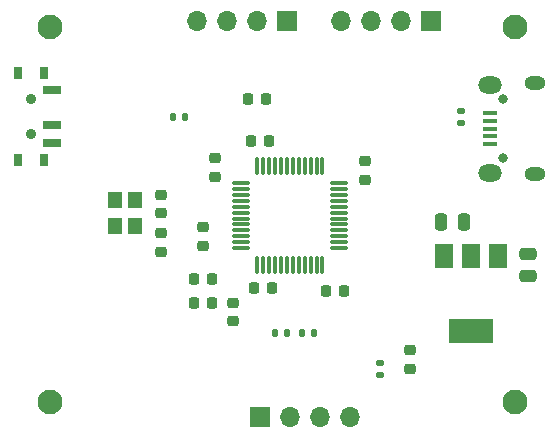
<source format=gbr>
%TF.GenerationSoftware,KiCad,Pcbnew,(6.0.8)*%
%TF.CreationDate,2023-08-22T19:06:44+05:30*%
%TF.ProjectId,stmwork,73746d77-6f72-46b2-9e6b-696361645f70,v1*%
%TF.SameCoordinates,Original*%
%TF.FileFunction,Soldermask,Top*%
%TF.FilePolarity,Negative*%
%FSLAX46Y46*%
G04 Gerber Fmt 4.6, Leading zero omitted, Abs format (unit mm)*
G04 Created by KiCad (PCBNEW (6.0.8)) date 2023-08-22 19:06:44*
%MOMM*%
%LPD*%
G01*
G04 APERTURE LIST*
G04 Aperture macros list*
%AMRoundRect*
0 Rectangle with rounded corners*
0 $1 Rounding radius*
0 $2 $3 $4 $5 $6 $7 $8 $9 X,Y pos of 4 corners*
0 Add a 4 corners polygon primitive as box body*
4,1,4,$2,$3,$4,$5,$6,$7,$8,$9,$2,$3,0*
0 Add four circle primitives for the rounded corners*
1,1,$1+$1,$2,$3*
1,1,$1+$1,$4,$5*
1,1,$1+$1,$6,$7*
1,1,$1+$1,$8,$9*
0 Add four rect primitives between the rounded corners*
20,1,$1+$1,$2,$3,$4,$5,0*
20,1,$1+$1,$4,$5,$6,$7,0*
20,1,$1+$1,$6,$7,$8,$9,0*
20,1,$1+$1,$8,$9,$2,$3,0*%
G04 Aperture macros list end*
%ADD10R,0.800000X1.000000*%
%ADD11C,0.900000*%
%ADD12R,1.500000X0.700000*%
%ADD13RoundRect,0.225000X-0.250000X0.225000X-0.250000X-0.225000X0.250000X-0.225000X0.250000X0.225000X0*%
%ADD14RoundRect,0.225000X0.250000X-0.225000X0.250000X0.225000X-0.250000X0.225000X-0.250000X-0.225000X0*%
%ADD15RoundRect,0.135000X-0.135000X-0.185000X0.135000X-0.185000X0.135000X0.185000X-0.135000X0.185000X0*%
%ADD16RoundRect,0.250000X-0.250000X-0.475000X0.250000X-0.475000X0.250000X0.475000X-0.250000X0.475000X0*%
%ADD17RoundRect,0.225000X0.225000X0.250000X-0.225000X0.250000X-0.225000X-0.250000X0.225000X-0.250000X0*%
%ADD18R,1.700000X1.700000*%
%ADD19O,1.700000X1.700000*%
%ADD20C,2.100000*%
%ADD21RoundRect,0.250000X0.475000X-0.250000X0.475000X0.250000X-0.475000X0.250000X-0.475000X-0.250000X0*%
%ADD22RoundRect,0.075000X-0.662500X-0.075000X0.662500X-0.075000X0.662500X0.075000X-0.662500X0.075000X0*%
%ADD23RoundRect,0.075000X-0.075000X-0.662500X0.075000X-0.662500X0.075000X0.662500X-0.075000X0.662500X0*%
%ADD24R,1.500000X2.000000*%
%ADD25R,3.800000X2.000000*%
%ADD26RoundRect,0.218750X0.256250X-0.218750X0.256250X0.218750X-0.256250X0.218750X-0.256250X-0.218750X0*%
%ADD27RoundRect,0.225000X-0.225000X-0.250000X0.225000X-0.250000X0.225000X0.250000X-0.225000X0.250000X0*%
%ADD28RoundRect,0.135000X-0.185000X0.135000X-0.185000X-0.135000X0.185000X-0.135000X0.185000X0.135000X0*%
%ADD29O,0.800000X0.800000*%
%ADD30R,1.300000X0.450000*%
%ADD31O,1.800000X1.150000*%
%ADD32O,2.000000X1.450000*%
%ADD33R,1.200000X1.400000*%
G04 APERTURE END LIST*
D10*
%TO.C,SW1*%
X112540000Y-64610000D03*
X110330000Y-64610000D03*
D11*
X111430000Y-59460000D03*
D10*
X112540000Y-57310000D03*
X110330000Y-57310000D03*
D11*
X111430000Y-62460000D03*
D12*
X113190000Y-58710000D03*
X113190000Y-61710000D03*
X113190000Y-63210000D03*
%TD*%
D13*
%TO.C,C8*%
X139700000Y-64757000D03*
X139700000Y-66307000D03*
%TD*%
D14*
%TO.C,C6*%
X122428000Y-69114000D03*
X122428000Y-67564000D03*
%TD*%
D15*
%TO.C,R2*%
X132076000Y-79248000D03*
X133096000Y-79248000D03*
%TD*%
D16*
%TO.C,C1*%
X146182000Y-69850000D03*
X148082000Y-69850000D03*
%TD*%
D15*
%TO.C,R3*%
X134364000Y-79248000D03*
X135384000Y-79248000D03*
%TD*%
%TO.C,R4*%
X123442000Y-60960000D03*
X124462000Y-60960000D03*
%TD*%
D17*
%TO.C,C7*%
X137935000Y-75692000D03*
X136385000Y-75692000D03*
%TD*%
D18*
%TO.C,J2*%
X133096000Y-52832000D03*
D19*
X130556000Y-52832000D03*
X128016000Y-52832000D03*
X125476000Y-52832000D03*
%TD*%
D20*
%TO.C,H3*%
X152400000Y-53340000D03*
%TD*%
D21*
%TO.C,C2*%
X153543000Y-74483000D03*
X153543000Y-72583000D03*
%TD*%
D13*
%TO.C,C9*%
X122428000Y-70853000D03*
X122428000Y-72403000D03*
%TD*%
D18*
%TO.C,J4*%
X145288000Y-52832000D03*
D19*
X142748000Y-52832000D03*
X140208000Y-52832000D03*
X137668000Y-52832000D03*
%TD*%
D14*
%TO.C,C5*%
X127000000Y-66040000D03*
X127000000Y-64490000D03*
%TD*%
D20*
%TO.C,H4*%
X113030000Y-53340000D03*
%TD*%
D22*
%TO.C,U2*%
X129187500Y-66592000D03*
X129187500Y-67092000D03*
X129187500Y-67592000D03*
X129187500Y-68092000D03*
X129187500Y-68592000D03*
X129187500Y-69092000D03*
X129187500Y-69592000D03*
X129187500Y-70092000D03*
X129187500Y-70592000D03*
X129187500Y-71092000D03*
X129187500Y-71592000D03*
X129187500Y-72092000D03*
D23*
X130600000Y-73504500D03*
X131100000Y-73504500D03*
X131600000Y-73504500D03*
X132100000Y-73504500D03*
X132600000Y-73504500D03*
X133100000Y-73504500D03*
X133600000Y-73504500D03*
X134100000Y-73504500D03*
X134600000Y-73504500D03*
X135100000Y-73504500D03*
X135600000Y-73504500D03*
X136100000Y-73504500D03*
D22*
X137512500Y-72092000D03*
X137512500Y-71592000D03*
X137512500Y-71092000D03*
X137512500Y-70592000D03*
X137512500Y-70092000D03*
X137512500Y-69592000D03*
X137512500Y-69092000D03*
X137512500Y-68592000D03*
X137512500Y-68092000D03*
X137512500Y-67592000D03*
X137512500Y-67092000D03*
X137512500Y-66592000D03*
D23*
X136100000Y-65179500D03*
X135600000Y-65179500D03*
X135100000Y-65179500D03*
X134600000Y-65179500D03*
X134100000Y-65179500D03*
X133600000Y-65179500D03*
X133100000Y-65179500D03*
X132600000Y-65179500D03*
X132100000Y-65179500D03*
X131600000Y-65179500D03*
X131100000Y-65179500D03*
X130600000Y-65179500D03*
%TD*%
D14*
%TO.C,C11*%
X125984000Y-71895000D03*
X125984000Y-70345000D03*
%TD*%
D24*
%TO.C,U1*%
X150956000Y-72796000D03*
X148656000Y-72796000D03*
D25*
X148656000Y-79096000D03*
D24*
X146356000Y-72796000D03*
%TD*%
D18*
%TO.C,J1*%
X130820000Y-86360000D03*
D19*
X133360000Y-86360000D03*
X135900000Y-86360000D03*
X138440000Y-86360000D03*
%TD*%
D26*
%TO.C,D1*%
X143510000Y-82321500D03*
X143510000Y-80746500D03*
%TD*%
D27*
%TO.C,C3*%
X129781000Y-59436000D03*
X131331000Y-59436000D03*
%TD*%
D28*
%TO.C,R1*%
X140970000Y-81786000D03*
X140970000Y-82806000D03*
%TD*%
D29*
%TO.C,J3*%
X151353000Y-59481000D03*
X151353000Y-64481000D03*
D30*
X150253000Y-63281000D03*
X150253000Y-62631000D03*
X150253000Y-61981000D03*
X150253000Y-61331000D03*
X150253000Y-60681000D03*
D31*
X154103000Y-65856000D03*
X154103000Y-58106000D03*
D32*
X150303000Y-58256000D03*
X150303000Y-65706000D03*
%TD*%
D20*
%TO.C,H1*%
X113030000Y-85090000D03*
%TD*%
D27*
%TO.C,C10*%
X130048000Y-62992000D03*
X131598000Y-62992000D03*
%TD*%
%TO.C,C4*%
X130276000Y-75438000D03*
X131826000Y-75438000D03*
%TD*%
D28*
%TO.C,R5*%
X147828000Y-60450000D03*
X147828000Y-61470000D03*
%TD*%
D17*
%TO.C,C13*%
X126759000Y-76708000D03*
X125209000Y-76708000D03*
%TD*%
D20*
%TO.C,H2*%
X152400000Y-85090000D03*
%TD*%
D33*
%TO.C,Y1*%
X118530000Y-67988000D03*
X118530000Y-70188000D03*
X120230000Y-70188000D03*
X120230000Y-67988000D03*
%TD*%
D17*
%TO.C,C12*%
X126759000Y-74676000D03*
X125209000Y-74676000D03*
%TD*%
D26*
%TO.C,FB1*%
X128524000Y-78283000D03*
X128524000Y-76708000D03*
%TD*%
M02*

</source>
